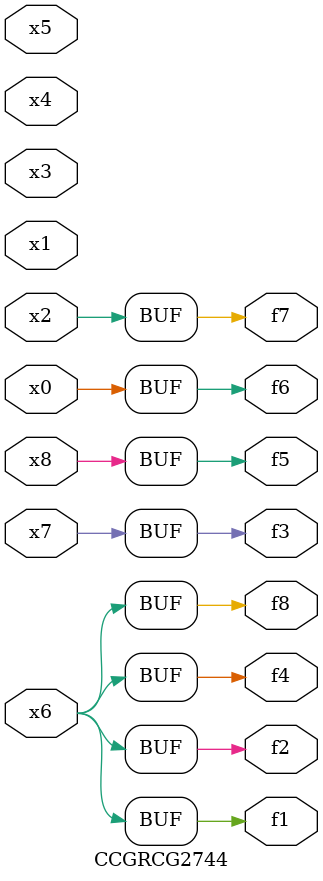
<source format=v>
module CCGRCG2744(
	input x0, x1, x2, x3, x4, x5, x6, x7, x8,
	output f1, f2, f3, f4, f5, f6, f7, f8
);
	assign f1 = x6;
	assign f2 = x6;
	assign f3 = x7;
	assign f4 = x6;
	assign f5 = x8;
	assign f6 = x0;
	assign f7 = x2;
	assign f8 = x6;
endmodule

</source>
